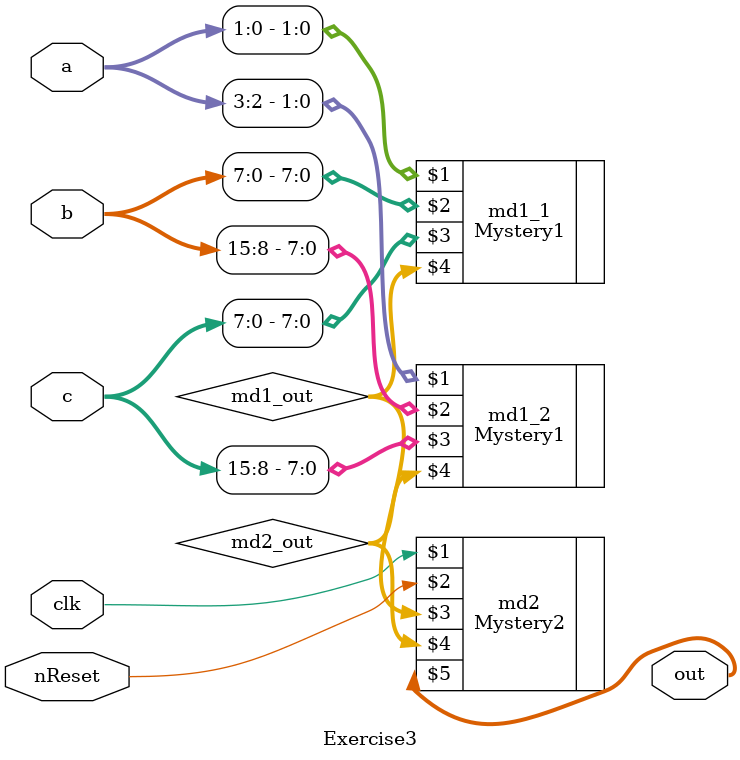
<source format=sv>
module Exercise3 (
    input clk,
    input nReset,
    input [3:0] a,
    input [15:0] b,
    input [15:0] c,
    output [15:0] out
);

wire [7:0] md1_out;
wire [7:0] md2_out;

Mystery1 md1_1 (a[1:0], b[7:0], c[7:0], md1_out);
Mystery1 md1_2 (a[3:2], b[15:8], c[15:8], md2_out);

Mystery2 md2 (clk, nReset, md1_out, md2_out, out);

endmodule

</source>
